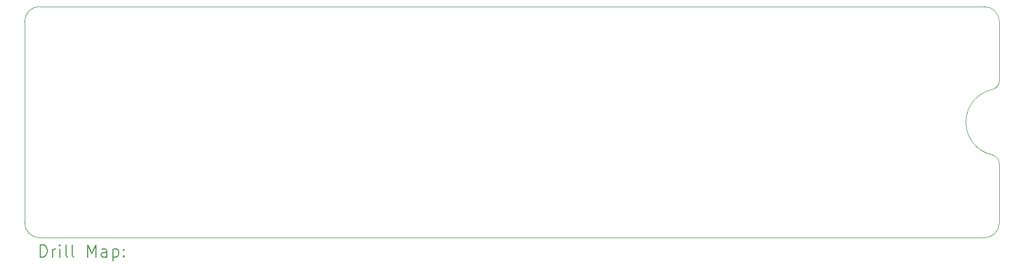
<source format=gbr>
%TF.GenerationSoftware,KiCad,Pcbnew,7.0.9*%
%TF.CreationDate,2024-01-03T20:40:41+01:00*%
%TF.ProjectId,pcb_ruler,7063625f-7275-46c6-9572-2e6b69636164,rev?*%
%TF.SameCoordinates,Original*%
%TF.FileFunction,Drillmap*%
%TF.FilePolarity,Positive*%
%FSLAX45Y45*%
G04 Gerber Fmt 4.5, Leading zero omitted, Abs format (unit mm)*
G04 Created by KiCad (PCBNEW 7.0.9) date 2024-01-03 20:40:41*
%MOMM*%
%LPD*%
G01*
G04 APERTURE LIST*
%ADD10C,0.050000*%
%ADD11C,0.200000*%
G04 APERTURE END LIST*
D10*
X25837311Y-11362173D02*
G75*
G03*
X25402381Y-11900000I115069J-537827D01*
G01*
X25952380Y-12595000D02*
G75*
G03*
X25837412Y-12437853I-159021J4290D01*
G01*
X9952381Y-10250000D02*
X9952381Y-13550000D01*
X10202381Y-13800000D02*
X25702381Y-13800000D01*
X25952381Y-13550000D02*
X25952381Y-12595000D01*
X25952261Y-11210003D02*
X25952381Y-10250000D01*
X25702381Y-10000000D02*
X10202381Y-10000000D01*
X9952380Y-13550000D02*
G75*
G03*
X10202381Y-13800000I250000J0D01*
G01*
X10202381Y-10000001D02*
G75*
G03*
X9952381Y-10250000I-1J-249999D01*
G01*
X25402380Y-11900000D02*
G75*
G03*
X25837413Y-12437850I550000J0D01*
G01*
X25702381Y-13800001D02*
G75*
G03*
X25952381Y-13550000I-1J250001D01*
G01*
X25952380Y-10250000D02*
G75*
G03*
X25702381Y-10000000I-250000J0D01*
G01*
X25837310Y-11362170D02*
G75*
G03*
X25952261Y-11210003I-37300J147680D01*
G01*
D11*
X10210658Y-14113984D02*
X10210658Y-13913984D01*
X10210658Y-13913984D02*
X10258277Y-13913984D01*
X10258277Y-13913984D02*
X10286848Y-13923508D01*
X10286848Y-13923508D02*
X10305896Y-13942555D01*
X10305896Y-13942555D02*
X10315420Y-13961603D01*
X10315420Y-13961603D02*
X10324944Y-13999698D01*
X10324944Y-13999698D02*
X10324944Y-14028269D01*
X10324944Y-14028269D02*
X10315420Y-14066365D01*
X10315420Y-14066365D02*
X10305896Y-14085412D01*
X10305896Y-14085412D02*
X10286848Y-14104460D01*
X10286848Y-14104460D02*
X10258277Y-14113984D01*
X10258277Y-14113984D02*
X10210658Y-14113984D01*
X10410658Y-14113984D02*
X10410658Y-13980650D01*
X10410658Y-14018746D02*
X10420182Y-13999698D01*
X10420182Y-13999698D02*
X10429705Y-13990174D01*
X10429705Y-13990174D02*
X10448753Y-13980650D01*
X10448753Y-13980650D02*
X10467801Y-13980650D01*
X10534467Y-14113984D02*
X10534467Y-13980650D01*
X10534467Y-13913984D02*
X10524944Y-13923508D01*
X10524944Y-13923508D02*
X10534467Y-13933031D01*
X10534467Y-13933031D02*
X10543991Y-13923508D01*
X10543991Y-13923508D02*
X10534467Y-13913984D01*
X10534467Y-13913984D02*
X10534467Y-13933031D01*
X10658277Y-14113984D02*
X10639229Y-14104460D01*
X10639229Y-14104460D02*
X10629705Y-14085412D01*
X10629705Y-14085412D02*
X10629705Y-13913984D01*
X10763039Y-14113984D02*
X10743991Y-14104460D01*
X10743991Y-14104460D02*
X10734467Y-14085412D01*
X10734467Y-14085412D02*
X10734467Y-13913984D01*
X10991610Y-14113984D02*
X10991610Y-13913984D01*
X10991610Y-13913984D02*
X11058277Y-14056841D01*
X11058277Y-14056841D02*
X11124944Y-13913984D01*
X11124944Y-13913984D02*
X11124944Y-14113984D01*
X11305896Y-14113984D02*
X11305896Y-14009222D01*
X11305896Y-14009222D02*
X11296372Y-13990174D01*
X11296372Y-13990174D02*
X11277324Y-13980650D01*
X11277324Y-13980650D02*
X11239229Y-13980650D01*
X11239229Y-13980650D02*
X11220182Y-13990174D01*
X11305896Y-14104460D02*
X11286848Y-14113984D01*
X11286848Y-14113984D02*
X11239229Y-14113984D01*
X11239229Y-14113984D02*
X11220182Y-14104460D01*
X11220182Y-14104460D02*
X11210658Y-14085412D01*
X11210658Y-14085412D02*
X11210658Y-14066365D01*
X11210658Y-14066365D02*
X11220182Y-14047317D01*
X11220182Y-14047317D02*
X11239229Y-14037793D01*
X11239229Y-14037793D02*
X11286848Y-14037793D01*
X11286848Y-14037793D02*
X11305896Y-14028269D01*
X11401134Y-13980650D02*
X11401134Y-14180650D01*
X11401134Y-13990174D02*
X11420182Y-13980650D01*
X11420182Y-13980650D02*
X11458277Y-13980650D01*
X11458277Y-13980650D02*
X11477324Y-13990174D01*
X11477324Y-13990174D02*
X11486848Y-13999698D01*
X11486848Y-13999698D02*
X11496372Y-14018746D01*
X11496372Y-14018746D02*
X11496372Y-14075888D01*
X11496372Y-14075888D02*
X11486848Y-14094936D01*
X11486848Y-14094936D02*
X11477324Y-14104460D01*
X11477324Y-14104460D02*
X11458277Y-14113984D01*
X11458277Y-14113984D02*
X11420182Y-14113984D01*
X11420182Y-14113984D02*
X11401134Y-14104460D01*
X11582086Y-14094936D02*
X11591610Y-14104460D01*
X11591610Y-14104460D02*
X11582086Y-14113984D01*
X11582086Y-14113984D02*
X11572563Y-14104460D01*
X11572563Y-14104460D02*
X11582086Y-14094936D01*
X11582086Y-14094936D02*
X11582086Y-14113984D01*
X11582086Y-13990174D02*
X11591610Y-13999698D01*
X11591610Y-13999698D02*
X11582086Y-14009222D01*
X11582086Y-14009222D02*
X11572563Y-13999698D01*
X11572563Y-13999698D02*
X11582086Y-13990174D01*
X11582086Y-13990174D02*
X11582086Y-14009222D01*
M02*

</source>
